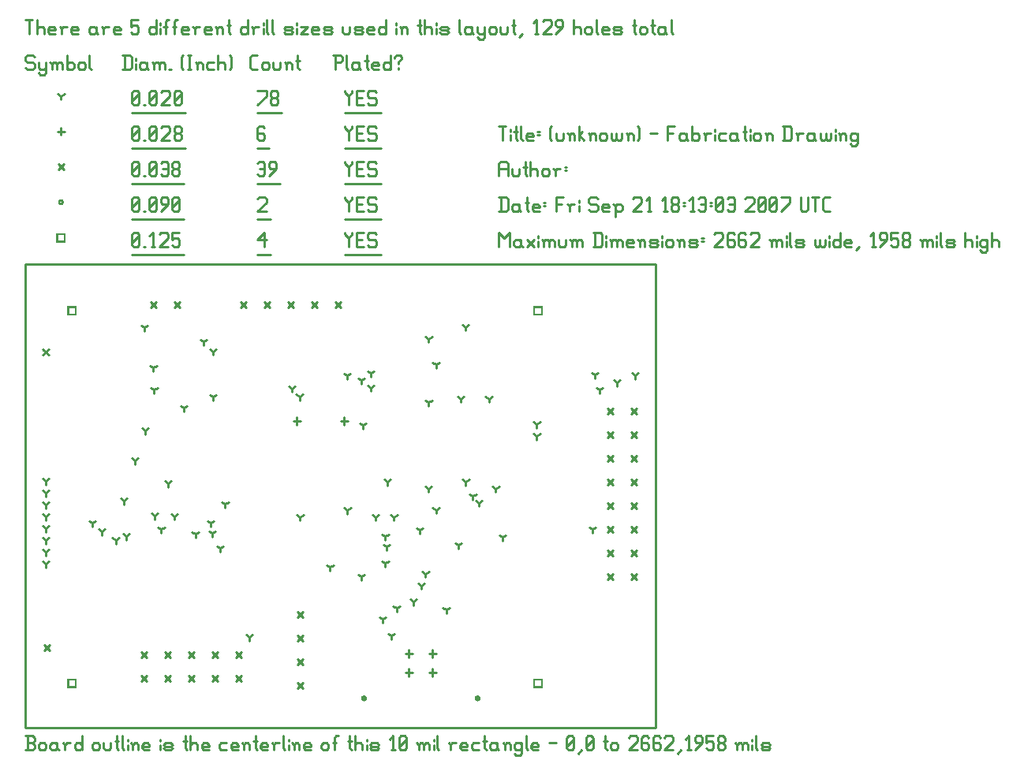
<source format=gbr>
G04 start of page 9 for group -3984 idx -3984
G04 Title: (unknown), fab *
G04 Creator: pcb 20070208 *
G04 CreationDate: Fri Sep 21 18:13:03 2007 UTC *
G04 For: sean *
G04 Format: Gerber/RS-274X *
G04 PCB-Dimensions: 266220 195850 *
G04 PCB-Coordinate-Origin: lower left *
%MOIN*%
%FSLAX24Y24*%
%LNFAB*%
%ADD11C,0.0100*%
%ADD46R,0.0080X0.0080*%
G54D46*X21493Y2028D02*X21813D01*
X21493D02*Y1708D01*
X21813D01*
Y2028D02*Y1708D01*
X21493Y17776D02*X21813D01*
X21493D02*Y17456D01*
X21813D01*
Y17776D02*Y17456D01*
X1808Y17776D02*X2128D01*
X1808D02*Y17456D01*
X2128D01*
Y17776D02*Y17456D01*
X1808Y2028D02*X2128D01*
X1808D02*Y1708D01*
X2128D01*
Y2028D02*Y1708D01*
X1340Y20870D02*X1660D01*
X1340D02*Y20550D01*
X1660D01*
Y20870D02*Y20550D01*
G54D11*X13500Y20935D02*Y20860D01*
X13650Y20710D01*
X13800Y20860D01*
Y20935D02*Y20860D01*
X13650Y20710D02*Y20335D01*
X13980Y20635D02*X14205D01*
X13980Y20335D02*X14280D01*
X13980Y20935D02*Y20335D01*
Y20935D02*X14280D01*
X14760D02*X14835Y20860D01*
X14535Y20935D02*X14760D01*
X14460Y20860D02*X14535Y20935D01*
X14460Y20860D02*Y20710D01*
X14535Y20635D01*
X14760D01*
X14835Y20560D01*
Y20410D01*
X14760Y20335D02*X14835Y20410D01*
X14535Y20335D02*X14760D01*
X14460Y20410D02*X14535Y20335D01*
X13500Y20009D02*X15015D01*
X9800Y20635D02*X10100Y20935D01*
X9800Y20635D02*X10175D01*
X10100Y20935D02*Y20335D01*
X9800Y20009D02*X10355D01*
X4500Y20410D02*X4575Y20335D01*
X4500Y20860D02*Y20410D01*
Y20860D02*X4575Y20935D01*
X4725D01*
X4800Y20860D01*
Y20410D01*
X4725Y20335D02*X4800Y20410D01*
X4575Y20335D02*X4725D01*
X4500Y20485D02*X4800Y20785D01*
X4980Y20335D02*X5055D01*
X5310D02*X5460D01*
X5385Y20935D02*Y20335D01*
X5235Y20785D02*X5385Y20935D01*
X5640Y20860D02*X5715Y20935D01*
X5940D01*
X6015Y20860D01*
Y20710D01*
X5640Y20335D02*X6015Y20710D01*
X5640Y20335D02*X6015D01*
X6195Y20935D02*X6495D01*
X6195D02*Y20635D01*
X6270Y20710D01*
X6420D01*
X6495Y20635D01*
Y20410D01*
X6420Y20335D02*X6495Y20410D01*
X6270Y20335D02*X6420D01*
X6195Y20410D02*X6270Y20335D01*
X4500Y20009D02*X6675D01*
X19020Y1235D02*G75*G03X19180Y1235I80J0D01*G01*
G75*G03X19020Y1235I-80J0D01*G01*
X14220D02*G75*G03X14380Y1235I80J0D01*G01*
G75*G03X14220Y1235I-80J0D01*G01*
X1420Y22210D02*G75*G03X1580Y22210I80J0D01*G01*
G75*G03X1420Y22210I-80J0D01*G01*
X13500Y22435D02*Y22360D01*
X13650Y22210D01*
X13800Y22360D01*
Y22435D02*Y22360D01*
X13650Y22210D02*Y21835D01*
X13980Y22135D02*X14205D01*
X13980Y21835D02*X14280D01*
X13980Y22435D02*Y21835D01*
Y22435D02*X14280D01*
X14760D02*X14835Y22360D01*
X14535Y22435D02*X14760D01*
X14460Y22360D02*X14535Y22435D01*
X14460Y22360D02*Y22210D01*
X14535Y22135D01*
X14760D01*
X14835Y22060D01*
Y21910D01*
X14760Y21835D02*X14835Y21910D01*
X14535Y21835D02*X14760D01*
X14460Y21910D02*X14535Y21835D01*
X13500Y21509D02*X15015D01*
X9800Y22360D02*X9875Y22435D01*
X10100D01*
X10175Y22360D01*
Y22210D01*
X9800Y21835D02*X10175Y22210D01*
X9800Y21835D02*X10175D01*
X9800Y21509D02*X10355D01*
X4500Y21910D02*X4575Y21835D01*
X4500Y22360D02*Y21910D01*
Y22360D02*X4575Y22435D01*
X4725D01*
X4800Y22360D01*
Y21910D01*
X4725Y21835D02*X4800Y21910D01*
X4575Y21835D02*X4725D01*
X4500Y21985D02*X4800Y22285D01*
X4980Y21835D02*X5055D01*
X5235Y21910D02*X5310Y21835D01*
X5235Y22360D02*Y21910D01*
Y22360D02*X5310Y22435D01*
X5460D01*
X5535Y22360D01*
Y21910D01*
X5460Y21835D02*X5535Y21910D01*
X5310Y21835D02*X5460D01*
X5235Y21985D02*X5535Y22285D01*
X5715Y21835D02*X6015Y22135D01*
Y22360D02*Y22135D01*
X5940Y22435D02*X6015Y22360D01*
X5790Y22435D02*X5940D01*
X5715Y22360D02*X5790Y22435D01*
X5715Y22360D02*Y22210D01*
X5790Y22135D01*
X6015D01*
X6195Y21910D02*X6270Y21835D01*
X6195Y22360D02*Y21910D01*
Y22360D02*X6270Y22435D01*
X6420D01*
X6495Y22360D01*
Y21910D01*
X6420Y21835D02*X6495Y21910D01*
X6270Y21835D02*X6420D01*
X6195Y21985D02*X6495Y22285D01*
X4500Y21509D02*X6675D01*
X9080Y18005D02*X9320Y17765D01*
X9080D02*X9320Y18005D01*
X10080D02*X10320Y17765D01*
X10080D02*X10320Y18005D01*
X11080D02*X11320Y17765D01*
X11080D02*X11320Y18005D01*
X12080D02*X12320Y17765D01*
X12080D02*X12320Y18005D01*
X13080D02*X13320Y17765D01*
X13080D02*X13320Y18005D01*
X24580Y13505D02*X24820Y13265D01*
X24580D02*X24820Y13505D01*
X25580D02*X25820Y13265D01*
X25580D02*X25820Y13505D01*
X24580Y12505D02*X24820Y12265D01*
X24580D02*X24820Y12505D01*
X25580D02*X25820Y12265D01*
X25580D02*X25820Y12505D01*
X24580Y11505D02*X24820Y11265D01*
X24580D02*X24820Y11505D01*
X25580D02*X25820Y11265D01*
X25580D02*X25820Y11505D01*
X24580Y10505D02*X24820Y10265D01*
X24580D02*X24820Y10505D01*
X25580D02*X25820Y10265D01*
X25580D02*X25820Y10505D01*
X24580Y9505D02*X24820Y9265D01*
X24580D02*X24820Y9505D01*
X25580D02*X25820Y9265D01*
X25580D02*X25820Y9505D01*
X24580Y8505D02*X24820Y8265D01*
X24580D02*X24820Y8505D01*
X25580D02*X25820Y8265D01*
X25580D02*X25820Y8505D01*
X24580Y7505D02*X24820Y7265D01*
X24580D02*X24820Y7505D01*
X25580D02*X25820Y7265D01*
X25580D02*X25820Y7505D01*
X24580Y6505D02*X24820Y6265D01*
X24580D02*X24820Y6505D01*
X25580D02*X25820Y6265D01*
X25580D02*X25820Y6505D01*
X730Y16005D02*X970Y15765D01*
X730D02*X970Y16005D01*
X780Y3505D02*X1020Y3265D01*
X780D02*X1020Y3505D01*
X11480Y4905D02*X11720Y4665D01*
X11480D02*X11720Y4905D01*
X11480Y3905D02*X11720Y3665D01*
X11480D02*X11720Y3905D01*
X11480Y2905D02*X11720Y2665D01*
X11480D02*X11720Y2905D01*
X11480Y1905D02*X11720Y1665D01*
X11480D02*X11720Y1905D01*
X6280Y18005D02*X6520Y17765D01*
X6280D02*X6520Y18005D01*
X5280D02*X5520Y17765D01*
X5280D02*X5520Y18005D01*
X4880Y2205D02*X5120Y1965D01*
X4880D02*X5120Y2205D01*
X4880Y3205D02*X5120Y2965D01*
X4880D02*X5120Y3205D01*
X5880Y2205D02*X6120Y1965D01*
X5880D02*X6120Y2205D01*
X5880Y3205D02*X6120Y2965D01*
X5880D02*X6120Y3205D01*
X6880Y2205D02*X7120Y1965D01*
X6880D02*X7120Y2205D01*
X6880Y3205D02*X7120Y2965D01*
X6880D02*X7120Y3205D01*
X7880Y2205D02*X8120Y1965D01*
X7880D02*X8120Y2205D01*
X7880Y3205D02*X8120Y2965D01*
X7880D02*X8120Y3205D01*
X8880Y2205D02*X9120Y1965D01*
X8880D02*X9120Y2205D01*
X8880Y3205D02*X9120Y2965D01*
X8880D02*X9120Y3205D01*
X1380Y23830D02*X1620Y23590D01*
X1380D02*X1620Y23830D01*
X13500Y23935D02*Y23860D01*
X13650Y23710D01*
X13800Y23860D01*
Y23935D02*Y23860D01*
X13650Y23710D02*Y23335D01*
X13980Y23635D02*X14205D01*
X13980Y23335D02*X14280D01*
X13980Y23935D02*Y23335D01*
Y23935D02*X14280D01*
X14760D02*X14835Y23860D01*
X14535Y23935D02*X14760D01*
X14460Y23860D02*X14535Y23935D01*
X14460Y23860D02*Y23710D01*
X14535Y23635D01*
X14760D01*
X14835Y23560D01*
Y23410D01*
X14760Y23335D02*X14835Y23410D01*
X14535Y23335D02*X14760D01*
X14460Y23410D02*X14535Y23335D01*
X13500Y23009D02*X15015D01*
X9800Y23860D02*X9875Y23935D01*
X10025D01*
X10100Y23860D01*
Y23410D01*
X10025Y23335D02*X10100Y23410D01*
X9875Y23335D02*X10025D01*
X9800Y23410D02*X9875Y23335D01*
Y23635D02*X10100D01*
X10280Y23335D02*X10580Y23635D01*
Y23860D02*Y23635D01*
X10505Y23935D02*X10580Y23860D01*
X10355Y23935D02*X10505D01*
X10280Y23860D02*X10355Y23935D01*
X10280Y23860D02*Y23710D01*
X10355Y23635D01*
X10580D01*
X9800Y23009D02*X10760D01*
X4500Y23410D02*X4575Y23335D01*
X4500Y23860D02*Y23410D01*
Y23860D02*X4575Y23935D01*
X4725D01*
X4800Y23860D01*
Y23410D01*
X4725Y23335D02*X4800Y23410D01*
X4575Y23335D02*X4725D01*
X4500Y23485D02*X4800Y23785D01*
X4980Y23335D02*X5055D01*
X5235Y23410D02*X5310Y23335D01*
X5235Y23860D02*Y23410D01*
Y23860D02*X5310Y23935D01*
X5460D01*
X5535Y23860D01*
Y23410D01*
X5460Y23335D02*X5535Y23410D01*
X5310Y23335D02*X5460D01*
X5235Y23485D02*X5535Y23785D01*
X5715Y23860D02*X5790Y23935D01*
X5940D01*
X6015Y23860D01*
Y23410D01*
X5940Y23335D02*X6015Y23410D01*
X5790Y23335D02*X5940D01*
X5715Y23410D02*X5790Y23335D01*
Y23635D02*X6015D01*
X6195Y23410D02*X6270Y23335D01*
X6195Y23560D02*Y23410D01*
Y23560D02*X6270Y23635D01*
X6420D01*
X6495Y23560D01*
Y23410D01*
X6420Y23335D02*X6495Y23410D01*
X6270Y23335D02*X6420D01*
X6195Y23710D02*X6270Y23635D01*
X6195Y23860D02*Y23710D01*
Y23860D02*X6270Y23935D01*
X6420D01*
X6495Y23860D01*
Y23710D01*
X6420Y23635D02*X6495Y23710D01*
X4500Y23009D02*X6675D01*
X11463Y13118D02*Y12798D01*
X11303Y12958D02*X11623D01*
X13463Y13118D02*Y12798D01*
X13303Y12958D02*X13623D01*
X17200Y3295D02*Y2975D01*
X17040Y3135D02*X17360D01*
X16200Y3295D02*Y2975D01*
X16040Y3135D02*X16360D01*
X16200Y2495D02*Y2175D01*
X16040Y2335D02*X16360D01*
X17200Y2495D02*Y2175D01*
X17040Y2335D02*X17360D01*
X1500Y25370D02*Y25050D01*
X1340Y25210D02*X1660D01*
X13500Y25435D02*Y25360D01*
X13650Y25210D01*
X13800Y25360D01*
Y25435D02*Y25360D01*
X13650Y25210D02*Y24835D01*
X13980Y25135D02*X14205D01*
X13980Y24835D02*X14280D01*
X13980Y25435D02*Y24835D01*
Y25435D02*X14280D01*
X14760D02*X14835Y25360D01*
X14535Y25435D02*X14760D01*
X14460Y25360D02*X14535Y25435D01*
X14460Y25360D02*Y25210D01*
X14535Y25135D01*
X14760D01*
X14835Y25060D01*
Y24910D01*
X14760Y24835D02*X14835Y24910D01*
X14535Y24835D02*X14760D01*
X14460Y24910D02*X14535Y24835D01*
X13500Y24509D02*X15015D01*
X10025Y25435D02*X10100Y25360D01*
X9875Y25435D02*X10025D01*
X9800Y25360D02*X9875Y25435D01*
X9800Y25360D02*Y24910D01*
X9875Y24835D01*
X10025Y25135D02*X10100Y25060D01*
X9800Y25135D02*X10025D01*
X9875Y24835D02*X10025D01*
X10100Y24910D01*
Y25060D02*Y24910D01*
X9800Y24509D02*X10280D01*
X4500Y24910D02*X4575Y24835D01*
X4500Y25360D02*Y24910D01*
Y25360D02*X4575Y25435D01*
X4725D01*
X4800Y25360D01*
Y24910D01*
X4725Y24835D02*X4800Y24910D01*
X4575Y24835D02*X4725D01*
X4500Y24985D02*X4800Y25285D01*
X4980Y24835D02*X5055D01*
X5235Y24910D02*X5310Y24835D01*
X5235Y25360D02*Y24910D01*
Y25360D02*X5310Y25435D01*
X5460D01*
X5535Y25360D01*
Y24910D01*
X5460Y24835D02*X5535Y24910D01*
X5310Y24835D02*X5460D01*
X5235Y24985D02*X5535Y25285D01*
X5715Y25360D02*X5790Y25435D01*
X6015D01*
X6090Y25360D01*
Y25210D01*
X5715Y24835D02*X6090Y25210D01*
X5715Y24835D02*X6090D01*
X6270Y24910D02*X6345Y24835D01*
X6270Y25060D02*Y24910D01*
Y25060D02*X6345Y25135D01*
X6495D01*
X6570Y25060D01*
Y24910D01*
X6495Y24835D02*X6570Y24910D01*
X6345Y24835D02*X6495D01*
X6270Y25210D02*X6345Y25135D01*
X6270Y25360D02*Y25210D01*
Y25360D02*X6345Y25435D01*
X6495D01*
X6570Y25360D01*
Y25210D01*
X6495Y25135D02*X6570Y25210D01*
X4500Y24509D02*X6750D01*
X21600Y12335D02*Y12175D01*
Y12335D02*X21738Y12415D01*
X21600Y12335D02*X21461Y12415D01*
X21600Y12835D02*Y12675D01*
Y12835D02*X21738Y12915D01*
X21600Y12835D02*X21461Y12915D01*
X850Y10435D02*Y10275D01*
Y10435D02*X988Y10515D01*
X850Y10435D02*X711Y10515D01*
X850Y9935D02*Y9775D01*
Y9935D02*X988Y10015D01*
X850Y9935D02*X711Y10015D01*
X850Y9435D02*Y9275D01*
Y9435D02*X988Y9515D01*
X850Y9435D02*X711Y9515D01*
X850Y8935D02*Y8775D01*
Y8935D02*X988Y9015D01*
X850Y8935D02*X711Y9015D01*
X850Y8435D02*Y8275D01*
Y8435D02*X988Y8515D01*
X850Y8435D02*X711Y8515D01*
X850Y7935D02*Y7775D01*
Y7935D02*X988Y8015D01*
X850Y7935D02*X711Y8015D01*
X850Y7435D02*Y7275D01*
Y7435D02*X988Y7515D01*
X850Y7435D02*X711Y7515D01*
X850Y6935D02*Y6775D01*
Y6935D02*X988Y7015D01*
X850Y6935D02*X711Y7015D01*
X15675Y5054D02*Y4894D01*
Y5054D02*X15813Y5134D01*
X15675Y5054D02*X15536Y5134D01*
X15200Y6955D02*Y6795D01*
Y6955D02*X15338Y7035D01*
X15200Y6955D02*X15061Y7035D01*
X18587Y16942D02*Y16782D01*
Y16942D02*X18726Y17022D01*
X18587Y16942D02*X18448Y17022D01*
X25747Y14900D02*Y14740D01*
Y14900D02*X25886Y14980D01*
X25747Y14900D02*X25609Y14980D01*
X15450Y3885D02*Y3725D01*
Y3885D02*X15588Y3965D01*
X15450Y3885D02*X15311Y3965D01*
X16900Y6510D02*Y6350D01*
Y6510D02*X17038Y6590D01*
X16900Y6510D02*X16761Y6590D01*
X17032Y16440D02*Y16280D01*
Y16440D02*X17171Y16520D01*
X17032Y16440D02*X16893Y16520D01*
X17032Y13745D02*Y13585D01*
Y13745D02*X17171Y13825D01*
X17032Y13745D02*X16893Y13825D01*
X5016Y16929D02*Y16769D01*
Y16929D02*X5154Y17009D01*
X5016Y16929D02*X4877Y17009D01*
X9450Y3835D02*Y3675D01*
Y3835D02*X9588Y3915D01*
X9450Y3835D02*X9311Y3915D01*
X7814Y8661D02*Y8501D01*
Y8661D02*X7952Y8741D01*
X7814Y8661D02*X7675Y8741D01*
X5400Y15231D02*Y15071D01*
Y15231D02*X5538Y15311D01*
X5400Y15231D02*X5261Y15311D01*
X2827Y8661D02*Y8501D01*
Y8661D02*X2965Y8741D01*
X2827Y8661D02*X2688Y8741D01*
X20150Y8060D02*Y7900D01*
Y8060D02*X20288Y8140D01*
X20150Y8060D02*X20011Y8140D01*
X16387Y5335D02*Y5175D01*
Y5335D02*X16526Y5415D01*
X16387Y5335D02*X16249Y5415D01*
X15250Y7655D02*Y7495D01*
Y7655D02*X15388Y7735D01*
X15250Y7655D02*X15111Y7735D01*
X19161Y9505D02*Y9345D01*
Y9505D02*X19299Y9585D01*
X19161Y9505D02*X19022Y9585D01*
X4263Y8101D02*Y7941D01*
Y8101D02*X4402Y8181D01*
X4263Y8101D02*X4125Y8181D01*
X5064Y12571D02*Y12411D01*
Y12571D02*X5202Y12651D01*
X5064Y12571D02*X4925Y12651D01*
X7514Y16320D02*Y16160D01*
Y16320D02*X7652Y16400D01*
X7514Y16320D02*X7375Y16400D01*
X17340Y15345D02*Y15185D01*
Y15345D02*X17478Y15425D01*
X17340Y15345D02*X17201Y15425D01*
X5432Y14286D02*Y14126D01*
Y14286D02*X5570Y14366D01*
X5432Y14286D02*X5293Y14366D01*
X14784Y8905D02*Y8745D01*
Y8905D02*X14922Y8985D01*
X14784Y8905D02*X14645Y8985D01*
X17340Y9205D02*Y9045D01*
Y9205D02*X17478Y9285D01*
X17340Y9205D02*X17201Y9285D01*
X13579Y14890D02*Y14730D01*
Y14890D02*X13718Y14970D01*
X13579Y14890D02*X13441Y14970D01*
X14263Y12795D02*Y12635D01*
Y12795D02*X14402Y12875D01*
X14263Y12795D02*X14125Y12875D01*
X13600Y9204D02*Y9044D01*
Y9204D02*X13738Y9284D01*
X13600Y9204D02*X13461Y9284D01*
X12869Y6784D02*Y6624D01*
Y6784D02*X13008Y6864D01*
X12869Y6784D02*X12731Y6864D01*
X15089Y4585D02*Y4425D01*
Y4585D02*X15228Y4665D01*
X15089Y4585D02*X14951Y4665D01*
X15285Y10402D02*Y10242D01*
Y10402D02*X15423Y10482D01*
X15285Y10402D02*X15146Y10482D01*
X18600Y10402D02*Y10242D01*
Y10402D02*X18738Y10482D01*
X18600Y10402D02*X18461Y10482D01*
X18290Y7715D02*Y7555D01*
Y7715D02*X18428Y7795D01*
X18290Y7715D02*X18151Y7795D01*
X3803Y7935D02*Y7775D01*
Y7935D02*X3942Y8015D01*
X3803Y7935D02*X3665Y8015D01*
X14594Y14987D02*Y14827D01*
Y14987D02*X14733Y15067D01*
X14594Y14987D02*X14456Y15067D01*
X6694Y13525D02*Y13365D01*
Y13525D02*X6832Y13605D01*
X6694Y13525D02*X6555Y13605D01*
X8433Y9451D02*Y9291D01*
Y9451D02*X8572Y9531D01*
X8433Y9451D02*X8295Y9531D01*
X14194Y14685D02*Y14525D01*
Y14685D02*X14333Y14765D01*
X14194Y14685D02*X14056Y14765D01*
X11575Y13999D02*Y13839D01*
Y13999D02*X11713Y14079D01*
X11575Y13999D02*X11436Y14079D01*
X4619Y11300D02*Y11140D01*
Y11300D02*X4757Y11380D01*
X4619Y11300D02*X4480Y11380D01*
X7883Y8228D02*Y8068D01*
Y8228D02*X8022Y8308D01*
X7883Y8228D02*X7745Y8308D01*
X6013Y10335D02*Y10175D01*
Y10335D02*X6152Y10415D01*
X6013Y10335D02*X5875Y10415D01*
X6294Y8941D02*Y8781D01*
Y8941D02*X6432Y9021D01*
X6294Y8941D02*X6155Y9021D01*
X7914Y13986D02*Y13826D01*
Y13986D02*X8052Y14066D01*
X7914Y13986D02*X7775Y14066D01*
X7914Y15911D02*Y15751D01*
Y15911D02*X8052Y15991D01*
X7914Y15911D02*X7775Y15991D01*
X14594Y14375D02*Y14215D01*
Y14375D02*X14733Y14455D01*
X14594Y14375D02*X14456Y14455D01*
X11250Y14338D02*Y14178D01*
Y14338D02*X11388Y14418D01*
X11250Y14338D02*X11111Y14418D01*
X17030Y10105D02*Y9945D01*
Y10105D02*X17168Y10185D01*
X17030Y10105D02*X16891Y10185D01*
X19866Y10105D02*Y9945D01*
Y10105D02*X20004Y10185D01*
X19866Y10105D02*X19727Y10185D01*
X24250Y14280D02*Y14120D01*
Y14280D02*X24388Y14360D01*
X24250Y14280D02*X24111Y14360D01*
X24987Y14600D02*Y14440D01*
Y14600D02*X25126Y14680D01*
X24987Y14600D02*X24848Y14680D01*
X18900Y9785D02*Y9625D01*
Y9785D02*X19038Y9865D01*
X18900Y9785D02*X18761Y9865D01*
X23950Y8385D02*Y8225D01*
Y8385D02*X24088Y8465D01*
X23950Y8385D02*X23811Y8465D01*
X18394Y13905D02*Y13745D01*
Y13905D02*X18533Y13985D01*
X18394Y13905D02*X18256Y13985D01*
X19575Y13905D02*Y13745D01*
Y13905D02*X19713Y13985D01*
X19575Y13905D02*X19436Y13985D01*
X16718Y6010D02*Y5850D01*
Y6010D02*X16857Y6090D01*
X16718Y6010D02*X16580Y6090D01*
X8214Y7592D02*Y7432D01*
Y7592D02*X8352Y7672D01*
X8214Y7592D02*X8075Y7672D01*
X14180Y6384D02*Y6224D01*
Y6384D02*X14319Y6464D01*
X14180Y6384D02*X14042Y6464D01*
X11600Y8905D02*Y8745D01*
Y8905D02*X11738Y8985D01*
X11600Y8905D02*X11461Y8985D01*
X15565Y8905D02*Y8745D01*
Y8905D02*X15703Y8985D01*
X15565Y8905D02*X15426Y8985D01*
X17775Y4985D02*Y4825D01*
Y4985D02*X17913Y5065D01*
X17775Y4985D02*X17636Y5065D01*
X16642Y8355D02*Y8195D01*
Y8355D02*X16781Y8435D01*
X16642Y8355D02*X16503Y8435D01*
X15200Y8090D02*Y7930D01*
Y8090D02*X15338Y8170D01*
X15200Y8090D02*X15061Y8170D01*
X3223Y8301D02*Y8141D01*
Y8301D02*X3362Y8381D01*
X3223Y8301D02*X3085Y8381D01*
X5733D02*Y8221D01*
Y8381D02*X5872Y8461D01*
X5733Y8381D02*X5595Y8461D01*
X5453Y8967D02*Y8807D01*
Y8967D02*X5592Y9047D01*
X5453Y8967D02*X5315Y9047D01*
X4163Y9604D02*Y9444D01*
Y9604D02*X4302Y9684D01*
X4163Y9604D02*X4025Y9684D01*
X24057Y14930D02*Y14770D01*
Y14930D02*X24196Y15010D01*
X24057Y14930D02*X23919Y15010D01*
X7174Y8181D02*Y8021D01*
Y8181D02*X7312Y8261D01*
X7174Y8181D02*X7035Y8261D01*
X1500Y26710D02*Y26550D01*
Y26710D02*X1638Y26790D01*
X1500Y26710D02*X1361Y26790D01*
X13500Y26935D02*Y26860D01*
X13650Y26710D01*
X13800Y26860D01*
Y26935D02*Y26860D01*
X13650Y26710D02*Y26335D01*
X13980Y26635D02*X14205D01*
X13980Y26335D02*X14280D01*
X13980Y26935D02*Y26335D01*
Y26935D02*X14280D01*
X14760D02*X14835Y26860D01*
X14535Y26935D02*X14760D01*
X14460Y26860D02*X14535Y26935D01*
X14460Y26860D02*Y26710D01*
X14535Y26635D01*
X14760D01*
X14835Y26560D01*
Y26410D01*
X14760Y26335D02*X14835Y26410D01*
X14535Y26335D02*X14760D01*
X14460Y26410D02*X14535Y26335D01*
X13500Y26009D02*X15015D01*
X9800Y26335D02*X10175Y26710D01*
Y26935D02*Y26710D01*
X9800Y26935D02*X10175D01*
X10355Y26410D02*X10430Y26335D01*
X10355Y26560D02*Y26410D01*
Y26560D02*X10430Y26635D01*
X10580D01*
X10655Y26560D01*
Y26410D01*
X10580Y26335D02*X10655Y26410D01*
X10430Y26335D02*X10580D01*
X10355Y26710D02*X10430Y26635D01*
X10355Y26860D02*Y26710D01*
Y26860D02*X10430Y26935D01*
X10580D01*
X10655Y26860D01*
Y26710D01*
X10580Y26635D02*X10655Y26710D01*
X9800Y26009D02*X10835D01*
X4500Y26410D02*X4575Y26335D01*
X4500Y26860D02*Y26410D01*
Y26860D02*X4575Y26935D01*
X4725D01*
X4800Y26860D01*
Y26410D01*
X4725Y26335D02*X4800Y26410D01*
X4575Y26335D02*X4725D01*
X4500Y26485D02*X4800Y26785D01*
X4980Y26335D02*X5055D01*
X5235Y26410D02*X5310Y26335D01*
X5235Y26860D02*Y26410D01*
Y26860D02*X5310Y26935D01*
X5460D01*
X5535Y26860D01*
Y26410D01*
X5460Y26335D02*X5535Y26410D01*
X5310Y26335D02*X5460D01*
X5235Y26485D02*X5535Y26785D01*
X5715Y26860D02*X5790Y26935D01*
X6015D01*
X6090Y26860D01*
Y26710D01*
X5715Y26335D02*X6090Y26710D01*
X5715Y26335D02*X6090D01*
X6270Y26410D02*X6345Y26335D01*
X6270Y26860D02*Y26410D01*
Y26860D02*X6345Y26935D01*
X6495D01*
X6570Y26860D01*
Y26410D01*
X6495Y26335D02*X6570Y26410D01*
X6345Y26335D02*X6495D01*
X6270Y26485D02*X6570Y26785D01*
X4500Y26009D02*X6750D01*
X300Y28435D02*X375Y28360D01*
X75Y28435D02*X300D01*
X0Y28360D02*X75Y28435D01*
X0Y28360D02*Y28210D01*
X75Y28135D01*
X300D01*
X375Y28060D01*
Y27910D01*
X300Y27835D02*X375Y27910D01*
X75Y27835D02*X300D01*
X0Y27910D02*X75Y27835D01*
X555Y28135D02*Y27910D01*
X630Y27835D01*
X855Y28135D02*Y27685D01*
X780Y27610D02*X855Y27685D01*
X630Y27610D02*X780D01*
X555Y27685D02*X630Y27610D01*
Y27835D02*X780D01*
X855Y27910D01*
X1110Y28060D02*Y27835D01*
Y28060D02*X1185Y28135D01*
X1260D01*
X1335Y28060D01*
Y27835D01*
Y28060D02*X1410Y28135D01*
X1485D01*
X1560Y28060D01*
Y27835D01*
X1035Y28135D02*X1110Y28060D01*
X1740Y28435D02*Y27835D01*
Y27910D02*X1815Y27835D01*
X1965D01*
X2040Y27910D01*
Y28060D02*Y27910D01*
X1965Y28135D02*X2040Y28060D01*
X1815Y28135D02*X1965D01*
X1740Y28060D02*X1815Y28135D01*
X2220Y28060D02*Y27910D01*
Y28060D02*X2295Y28135D01*
X2445D01*
X2520Y28060D01*
Y27910D01*
X2445Y27835D02*X2520Y27910D01*
X2295Y27835D02*X2445D01*
X2220Y27910D02*X2295Y27835D01*
X2700Y28435D02*Y27910D01*
X2775Y27835D01*
X4175Y28435D02*Y27835D01*
X4400Y28435D02*X4475Y28360D01*
Y27910D01*
X4400Y27835D02*X4475Y27910D01*
X4100Y27835D02*X4400D01*
X4100Y28435D02*X4400D01*
X4655Y28285D02*Y28210D01*
Y28060D02*Y27835D01*
X5030Y28135D02*X5105Y28060D01*
X4880Y28135D02*X5030D01*
X4805Y28060D02*X4880Y28135D01*
X4805Y28060D02*Y27910D01*
X4880Y27835D01*
X5105Y28135D02*Y27910D01*
X5180Y27835D01*
X4880D02*X5030D01*
X5105Y27910D01*
X5435Y28060D02*Y27835D01*
Y28060D02*X5510Y28135D01*
X5585D01*
X5660Y28060D01*
Y27835D01*
Y28060D02*X5735Y28135D01*
X5810D01*
X5885Y28060D01*
Y27835D01*
X5360Y28135D02*X5435Y28060D01*
X6065Y27835D02*X6140D01*
X6590Y27910D02*X6665Y27835D01*
X6590Y28360D02*X6665Y28435D01*
X6590Y28360D02*Y27910D01*
X6845Y28435D02*X6995D01*
X6920D02*Y27835D01*
X6845D02*X6995D01*
X7251Y28060D02*Y27835D01*
Y28060D02*X7326Y28135D01*
X7401D01*
X7476Y28060D01*
Y27835D01*
X7176Y28135D02*X7251Y28060D01*
X7731Y28135D02*X7956D01*
X7656Y28060D02*X7731Y28135D01*
X7656Y28060D02*Y27910D01*
X7731Y27835D01*
X7956D01*
X8136Y28435D02*Y27835D01*
Y28060D02*X8211Y28135D01*
X8361D01*
X8436Y28060D01*
Y27835D01*
X8616Y28435D02*X8691Y28360D01*
Y27910D01*
X8616Y27835D02*X8691Y27910D01*
X9575Y27835D02*X9800D01*
X9500Y27910D02*X9575Y27835D01*
X9500Y28360D02*Y27910D01*
Y28360D02*X9575Y28435D01*
X9800D01*
X9980Y28060D02*Y27910D01*
Y28060D02*X10055Y28135D01*
X10205D01*
X10280Y28060D01*
Y27910D01*
X10205Y27835D02*X10280Y27910D01*
X10055Y27835D02*X10205D01*
X9980Y27910D02*X10055Y27835D01*
X10460Y28135D02*Y27910D01*
X10535Y27835D01*
X10685D01*
X10760Y27910D01*
Y28135D02*Y27910D01*
X11015Y28060D02*Y27835D01*
Y28060D02*X11090Y28135D01*
X11165D01*
X11240Y28060D01*
Y27835D01*
X10940Y28135D02*X11015Y28060D01*
X11495Y28435D02*Y27910D01*
X11570Y27835D01*
X11420Y28210D02*X11570D01*
X13075Y28435D02*Y27835D01*
X13000Y28435D02*X13300D01*
X13375Y28360D01*
Y28210D01*
X13300Y28135D02*X13375Y28210D01*
X13075Y28135D02*X13300D01*
X13555Y28435D02*Y27910D01*
X13630Y27835D01*
X14005Y28135D02*X14080Y28060D01*
X13855Y28135D02*X14005D01*
X13780Y28060D02*X13855Y28135D01*
X13780Y28060D02*Y27910D01*
X13855Y27835D01*
X14080Y28135D02*Y27910D01*
X14155Y27835D01*
X13855D02*X14005D01*
X14080Y27910D01*
X14410Y28435D02*Y27910D01*
X14485Y27835D01*
X14335Y28210D02*X14485D01*
X14710Y27835D02*X14935D01*
X14635Y27910D02*X14710Y27835D01*
X14635Y28060D02*Y27910D01*
Y28060D02*X14710Y28135D01*
X14860D01*
X14935Y28060D01*
X14635Y27985D02*X14935D01*
Y28060D02*Y27985D01*
X15415Y28435D02*Y27835D01*
X15340D02*X15415Y27910D01*
X15190Y27835D02*X15340D01*
X15115Y27910D02*X15190Y27835D01*
X15115Y28060D02*Y27910D01*
Y28060D02*X15190Y28135D01*
X15340D01*
X15415Y28060D01*
X15745Y28135D02*Y28060D01*
Y27910D02*Y27835D01*
X15595Y28360D02*Y28285D01*
Y28360D02*X15670Y28435D01*
X15820D01*
X15895Y28360D01*
Y28285D01*
X15745Y28135D02*X15895Y28285D01*
X0Y29935D02*X300D01*
X150D02*Y29335D01*
X480Y29935D02*Y29335D01*
Y29560D02*X555Y29635D01*
X705D01*
X780Y29560D01*
Y29335D01*
X1035D02*X1260D01*
X960Y29410D02*X1035Y29335D01*
X960Y29560D02*Y29410D01*
Y29560D02*X1035Y29635D01*
X1185D01*
X1260Y29560D01*
X960Y29485D02*X1260D01*
Y29560D02*Y29485D01*
X1515Y29560D02*Y29335D01*
Y29560D02*X1590Y29635D01*
X1740D01*
X1440D02*X1515Y29560D01*
X1995Y29335D02*X2220D01*
X1920Y29410D02*X1995Y29335D01*
X1920Y29560D02*Y29410D01*
Y29560D02*X1995Y29635D01*
X2145D01*
X2220Y29560D01*
X1920Y29485D02*X2220D01*
Y29560D02*Y29485D01*
X2895Y29635D02*X2970Y29560D01*
X2745Y29635D02*X2895D01*
X2670Y29560D02*X2745Y29635D01*
X2670Y29560D02*Y29410D01*
X2745Y29335D01*
X2970Y29635D02*Y29410D01*
X3045Y29335D01*
X2745D02*X2895D01*
X2970Y29410D01*
X3300Y29560D02*Y29335D01*
Y29560D02*X3375Y29635D01*
X3525D01*
X3225D02*X3300Y29560D01*
X3781Y29335D02*X4006D01*
X3706Y29410D02*X3781Y29335D01*
X3706Y29560D02*Y29410D01*
Y29560D02*X3781Y29635D01*
X3931D01*
X4006Y29560D01*
X3706Y29485D02*X4006D01*
Y29560D02*Y29485D01*
X4456Y29935D02*X4756D01*
X4456D02*Y29635D01*
X4531Y29710D01*
X4681D01*
X4756Y29635D01*
Y29410D01*
X4681Y29335D02*X4756Y29410D01*
X4531Y29335D02*X4681D01*
X4456Y29410D02*X4531Y29335D01*
X5506Y29935D02*Y29335D01*
X5431D02*X5506Y29410D01*
X5281Y29335D02*X5431D01*
X5206Y29410D02*X5281Y29335D01*
X5206Y29560D02*Y29410D01*
Y29560D02*X5281Y29635D01*
X5431D01*
X5506Y29560D01*
X5686Y29785D02*Y29710D01*
Y29560D02*Y29335D01*
X5911Y29860D02*Y29335D01*
Y29860D02*X5986Y29935D01*
X6061D01*
X5836Y29635D02*X5986D01*
X6286Y29860D02*Y29335D01*
Y29860D02*X6361Y29935D01*
X6436D01*
X6211Y29635D02*X6361D01*
X6661Y29335D02*X6886D01*
X6586Y29410D02*X6661Y29335D01*
X6586Y29560D02*Y29410D01*
Y29560D02*X6661Y29635D01*
X6811D01*
X6886Y29560D01*
X6586Y29485D02*X6886D01*
Y29560D02*Y29485D01*
X7142Y29560D02*Y29335D01*
Y29560D02*X7217Y29635D01*
X7367D01*
X7067D02*X7142Y29560D01*
X7622Y29335D02*X7847D01*
X7547Y29410D02*X7622Y29335D01*
X7547Y29560D02*Y29410D01*
Y29560D02*X7622Y29635D01*
X7772D01*
X7847Y29560D01*
X7547Y29485D02*X7847D01*
Y29560D02*Y29485D01*
X8102Y29560D02*Y29335D01*
Y29560D02*X8177Y29635D01*
X8252D01*
X8327Y29560D01*
Y29335D01*
X8027Y29635D02*X8102Y29560D01*
X8582Y29935D02*Y29410D01*
X8657Y29335D01*
X8507Y29710D02*X8657D01*
X9377Y29935D02*Y29335D01*
X9302D02*X9377Y29410D01*
X9152Y29335D02*X9302D01*
X9077Y29410D02*X9152Y29335D01*
X9077Y29560D02*Y29410D01*
Y29560D02*X9152Y29635D01*
X9302D01*
X9377Y29560D01*
X9632D02*Y29335D01*
Y29560D02*X9707Y29635D01*
X9857D01*
X9557D02*X9632Y29560D01*
X10038Y29785D02*Y29710D01*
Y29560D02*Y29335D01*
X10188Y29935D02*Y29410D01*
X10263Y29335D01*
X10413Y29935D02*Y29410D01*
X10488Y29335D01*
X10983D02*X11208D01*
X11283Y29410D01*
X11208Y29485D02*X11283Y29410D01*
X10983Y29485D02*X11208D01*
X10908Y29560D02*X10983Y29485D01*
X10908Y29560D02*X10983Y29635D01*
X11208D01*
X11283Y29560D01*
X10908Y29410D02*X10983Y29335D01*
X11463Y29785D02*Y29710D01*
Y29560D02*Y29335D01*
X11613Y29635D02*X11913D01*
X11613Y29335D02*X11913Y29635D01*
X11613Y29335D02*X11913D01*
X12168D02*X12393D01*
X12093Y29410D02*X12168Y29335D01*
X12093Y29560D02*Y29410D01*
Y29560D02*X12168Y29635D01*
X12318D01*
X12393Y29560D01*
X12093Y29485D02*X12393D01*
Y29560D02*Y29485D01*
X12649Y29335D02*X12874D01*
X12949Y29410D01*
X12874Y29485D02*X12949Y29410D01*
X12649Y29485D02*X12874D01*
X12574Y29560D02*X12649Y29485D01*
X12574Y29560D02*X12649Y29635D01*
X12874D01*
X12949Y29560D01*
X12574Y29410D02*X12649Y29335D01*
X13399Y29635D02*Y29410D01*
X13474Y29335D01*
X13624D01*
X13699Y29410D01*
Y29635D02*Y29410D01*
X13954Y29335D02*X14179D01*
X14254Y29410D01*
X14179Y29485D02*X14254Y29410D01*
X13954Y29485D02*X14179D01*
X13879Y29560D02*X13954Y29485D01*
X13879Y29560D02*X13954Y29635D01*
X14179D01*
X14254Y29560D01*
X13879Y29410D02*X13954Y29335D01*
X14509D02*X14734D01*
X14434Y29410D02*X14509Y29335D01*
X14434Y29560D02*Y29410D01*
Y29560D02*X14509Y29635D01*
X14659D01*
X14734Y29560D01*
X14434Y29485D02*X14734D01*
Y29560D02*Y29485D01*
X15214Y29935D02*Y29335D01*
X15139D02*X15214Y29410D01*
X14989Y29335D02*X15139D01*
X14914Y29410D02*X14989Y29335D01*
X14914Y29560D02*Y29410D01*
Y29560D02*X14989Y29635D01*
X15139D01*
X15214Y29560D01*
X15664Y29785D02*Y29710D01*
Y29560D02*Y29335D01*
X15889Y29560D02*Y29335D01*
Y29560D02*X15964Y29635D01*
X16039D01*
X16114Y29560D01*
Y29335D01*
X15814Y29635D02*X15889Y29560D01*
X16640Y29935D02*Y29410D01*
X16715Y29335D01*
X16565Y29710D02*X16715D01*
X16865Y29935D02*Y29335D01*
Y29560D02*X16940Y29635D01*
X17090D01*
X17165Y29560D01*
Y29335D01*
X17345Y29785D02*Y29710D01*
Y29560D02*Y29335D01*
X17570D02*X17795D01*
X17870Y29410D01*
X17795Y29485D02*X17870Y29410D01*
X17570Y29485D02*X17795D01*
X17495Y29560D02*X17570Y29485D01*
X17495Y29560D02*X17570Y29635D01*
X17795D01*
X17870Y29560D01*
X17495Y29410D02*X17570Y29335D01*
X18320Y29935D02*Y29410D01*
X18395Y29335D01*
X18770Y29635D02*X18845Y29560D01*
X18620Y29635D02*X18770D01*
X18545Y29560D02*X18620Y29635D01*
X18545Y29560D02*Y29410D01*
X18620Y29335D01*
X18845Y29635D02*Y29410D01*
X18920Y29335D01*
X18620D02*X18770D01*
X18845Y29410D01*
X19101Y29635D02*Y29410D01*
X19176Y29335D01*
X19401Y29635D02*Y29185D01*
X19326Y29110D02*X19401Y29185D01*
X19176Y29110D02*X19326D01*
X19101Y29185D02*X19176Y29110D01*
Y29335D02*X19326D01*
X19401Y29410D01*
X19581Y29560D02*Y29410D01*
Y29560D02*X19656Y29635D01*
X19806D01*
X19881Y29560D01*
Y29410D01*
X19806Y29335D02*X19881Y29410D01*
X19656Y29335D02*X19806D01*
X19581Y29410D02*X19656Y29335D01*
X20061Y29635D02*Y29410D01*
X20136Y29335D01*
X20286D01*
X20361Y29410D01*
Y29635D02*Y29410D01*
X20616Y29935D02*Y29410D01*
X20691Y29335D01*
X20541Y29710D02*X20691D01*
X20841Y29185D02*X20991Y29335D01*
X21516D02*X21666D01*
X21591Y29935D02*Y29335D01*
X21441Y29785D02*X21591Y29935D01*
X21846Y29860D02*X21921Y29935D01*
X22146D01*
X22221Y29860D01*
Y29710D01*
X21846Y29335D02*X22221Y29710D01*
X21846Y29335D02*X22221D01*
X22402D02*X22702Y29635D01*
Y29860D02*Y29635D01*
X22627Y29935D02*X22702Y29860D01*
X22477Y29935D02*X22627D01*
X22402Y29860D02*X22477Y29935D01*
X22402Y29860D02*Y29710D01*
X22477Y29635D01*
X22702D01*
X23152Y29935D02*Y29335D01*
Y29560D02*X23227Y29635D01*
X23377D01*
X23452Y29560D01*
Y29335D01*
X23632Y29560D02*Y29410D01*
Y29560D02*X23707Y29635D01*
X23857D01*
X23932Y29560D01*
Y29410D01*
X23857Y29335D02*X23932Y29410D01*
X23707Y29335D02*X23857D01*
X23632Y29410D02*X23707Y29335D01*
X24112Y29935D02*Y29410D01*
X24187Y29335D01*
X24412D02*X24637D01*
X24337Y29410D02*X24412Y29335D01*
X24337Y29560D02*Y29410D01*
Y29560D02*X24412Y29635D01*
X24562D01*
X24637Y29560D01*
X24337Y29485D02*X24637D01*
Y29560D02*Y29485D01*
X24892Y29335D02*X25117D01*
X25192Y29410D01*
X25117Y29485D02*X25192Y29410D01*
X24892Y29485D02*X25117D01*
X24817Y29560D02*X24892Y29485D01*
X24817Y29560D02*X24892Y29635D01*
X25117D01*
X25192Y29560D01*
X24817Y29410D02*X24892Y29335D01*
X25717Y29935D02*Y29410D01*
X25792Y29335D01*
X25642Y29710D02*X25792D01*
X25943Y29560D02*Y29410D01*
Y29560D02*X26018Y29635D01*
X26168D01*
X26243Y29560D01*
Y29410D01*
X26168Y29335D02*X26243Y29410D01*
X26018Y29335D02*X26168D01*
X25943Y29410D02*X26018Y29335D01*
X26498Y29935D02*Y29410D01*
X26573Y29335D01*
X26423Y29710D02*X26573D01*
X26948Y29635D02*X27023Y29560D01*
X26798Y29635D02*X26948D01*
X26723Y29560D02*X26798Y29635D01*
X26723Y29560D02*Y29410D01*
X26798Y29335D01*
X27023Y29635D02*Y29410D01*
X27098Y29335D01*
X26798D02*X26948D01*
X27023Y29410D01*
X27278Y29935D02*Y29410D01*
X27353Y29335D01*
X0Y19585D02*X26622D01*
X0D02*Y0D01*
X26622Y19585D02*Y0D01*
X0D02*X26622D01*
X20000Y20935D02*Y20335D01*
Y20935D02*X20225Y20710D01*
X20450Y20935D01*
Y20335D01*
X20855Y20635D02*X20930Y20560D01*
X20705Y20635D02*X20855D01*
X20630Y20560D02*X20705Y20635D01*
X20630Y20560D02*Y20410D01*
X20705Y20335D01*
X20930Y20635D02*Y20410D01*
X21005Y20335D01*
X20705D02*X20855D01*
X20930Y20410D01*
X21185Y20635D02*X21485Y20335D01*
X21185D02*X21485Y20635D01*
X21665Y20785D02*Y20710D01*
Y20560D02*Y20335D01*
X21890Y20560D02*Y20335D01*
Y20560D02*X21965Y20635D01*
X22040D01*
X22115Y20560D01*
Y20335D01*
Y20560D02*X22190Y20635D01*
X22265D01*
X22340Y20560D01*
Y20335D01*
X21815Y20635D02*X21890Y20560D01*
X22520Y20635D02*Y20410D01*
X22595Y20335D01*
X22745D01*
X22820Y20410D01*
Y20635D02*Y20410D01*
X23075Y20560D02*Y20335D01*
Y20560D02*X23150Y20635D01*
X23225D01*
X23300Y20560D01*
Y20335D01*
Y20560D02*X23375Y20635D01*
X23450D01*
X23525Y20560D01*
Y20335D01*
X23000Y20635D02*X23075Y20560D01*
X24051Y20935D02*Y20335D01*
X24276Y20935D02*X24351Y20860D01*
Y20410D01*
X24276Y20335D02*X24351Y20410D01*
X23976Y20335D02*X24276D01*
X23976Y20935D02*X24276D01*
X24531Y20785D02*Y20710D01*
Y20560D02*Y20335D01*
X24756Y20560D02*Y20335D01*
Y20560D02*X24831Y20635D01*
X24906D01*
X24981Y20560D01*
Y20335D01*
Y20560D02*X25056Y20635D01*
X25131D01*
X25206Y20560D01*
Y20335D01*
X24681Y20635D02*X24756Y20560D01*
X25461Y20335D02*X25686D01*
X25386Y20410D02*X25461Y20335D01*
X25386Y20560D02*Y20410D01*
Y20560D02*X25461Y20635D01*
X25611D01*
X25686Y20560D01*
X25386Y20485D02*X25686D01*
Y20560D02*Y20485D01*
X25941Y20560D02*Y20335D01*
Y20560D02*X26016Y20635D01*
X26091D01*
X26166Y20560D01*
Y20335D01*
X25866Y20635D02*X25941Y20560D01*
X26421Y20335D02*X26646D01*
X26721Y20410D01*
X26646Y20485D02*X26721Y20410D01*
X26421Y20485D02*X26646D01*
X26346Y20560D02*X26421Y20485D01*
X26346Y20560D02*X26421Y20635D01*
X26646D01*
X26721Y20560D01*
X26346Y20410D02*X26421Y20335D01*
X26901Y20785D02*Y20710D01*
Y20560D02*Y20335D01*
X27052Y20560D02*Y20410D01*
Y20560D02*X27127Y20635D01*
X27277D01*
X27352Y20560D01*
Y20410D01*
X27277Y20335D02*X27352Y20410D01*
X27127Y20335D02*X27277D01*
X27052Y20410D02*X27127Y20335D01*
X27607Y20560D02*Y20335D01*
Y20560D02*X27682Y20635D01*
X27757D01*
X27832Y20560D01*
Y20335D01*
X27532Y20635D02*X27607Y20560D01*
X28087Y20335D02*X28312D01*
X28387Y20410D01*
X28312Y20485D02*X28387Y20410D01*
X28087Y20485D02*X28312D01*
X28012Y20560D02*X28087Y20485D01*
X28012Y20560D02*X28087Y20635D01*
X28312D01*
X28387Y20560D01*
X28012Y20410D02*X28087Y20335D01*
X28567Y20710D02*X28642D01*
X28567Y20560D02*X28642D01*
X29092Y20860D02*X29167Y20935D01*
X29392D01*
X29467Y20860D01*
Y20710D01*
X29092Y20335D02*X29467Y20710D01*
X29092Y20335D02*X29467D01*
X29872Y20935D02*X29947Y20860D01*
X29722Y20935D02*X29872D01*
X29647Y20860D02*X29722Y20935D01*
X29647Y20860D02*Y20410D01*
X29722Y20335D01*
X29872Y20635D02*X29947Y20560D01*
X29647Y20635D02*X29872D01*
X29722Y20335D02*X29872D01*
X29947Y20410D01*
Y20560D02*Y20410D01*
X30353Y20935D02*X30428Y20860D01*
X30203Y20935D02*X30353D01*
X30128Y20860D02*X30203Y20935D01*
X30128Y20860D02*Y20410D01*
X30203Y20335D01*
X30353Y20635D02*X30428Y20560D01*
X30128Y20635D02*X30353D01*
X30203Y20335D02*X30353D01*
X30428Y20410D01*
Y20560D02*Y20410D01*
X30608Y20860D02*X30683Y20935D01*
X30908D01*
X30983Y20860D01*
Y20710D01*
X30608Y20335D02*X30983Y20710D01*
X30608Y20335D02*X30983D01*
X31508Y20560D02*Y20335D01*
Y20560D02*X31583Y20635D01*
X31658D01*
X31733Y20560D01*
Y20335D01*
Y20560D02*X31808Y20635D01*
X31883D01*
X31958Y20560D01*
Y20335D01*
X31433Y20635D02*X31508Y20560D01*
X32138Y20785D02*Y20710D01*
Y20560D02*Y20335D01*
X32288Y20935D02*Y20410D01*
X32363Y20335D01*
X32588D02*X32813D01*
X32888Y20410D01*
X32813Y20485D02*X32888Y20410D01*
X32588Y20485D02*X32813D01*
X32513Y20560D02*X32588Y20485D01*
X32513Y20560D02*X32588Y20635D01*
X32813D01*
X32888Y20560D01*
X32513Y20410D02*X32588Y20335D01*
X33338Y20635D02*Y20410D01*
X33413Y20335D01*
X33488D01*
X33563Y20410D01*
Y20635D02*Y20410D01*
X33638Y20335D01*
X33713D01*
X33788Y20410D01*
Y20635D02*Y20410D01*
X33969Y20785D02*Y20710D01*
Y20560D02*Y20335D01*
X34419Y20935D02*Y20335D01*
X34344D02*X34419Y20410D01*
X34194Y20335D02*X34344D01*
X34119Y20410D02*X34194Y20335D01*
X34119Y20560D02*Y20410D01*
Y20560D02*X34194Y20635D01*
X34344D01*
X34419Y20560D01*
X34674Y20335D02*X34899D01*
X34599Y20410D02*X34674Y20335D01*
X34599Y20560D02*Y20410D01*
Y20560D02*X34674Y20635D01*
X34824D01*
X34899Y20560D01*
X34599Y20485D02*X34899D01*
Y20560D02*Y20485D01*
X35079Y20185D02*X35229Y20335D01*
X35754D02*X35904D01*
X35829Y20935D02*Y20335D01*
X35679Y20785D02*X35829Y20935D01*
X36084Y20335D02*X36384Y20635D01*
Y20860D02*Y20635D01*
X36309Y20935D02*X36384Y20860D01*
X36159Y20935D02*X36309D01*
X36084Y20860D02*X36159Y20935D01*
X36084Y20860D02*Y20710D01*
X36159Y20635D01*
X36384D01*
X36564Y20935D02*X36864D01*
X36564D02*Y20635D01*
X36639Y20710D01*
X36789D01*
X36864Y20635D01*
Y20410D01*
X36789Y20335D02*X36864Y20410D01*
X36639Y20335D02*X36789D01*
X36564Y20410D02*X36639Y20335D01*
X37045Y20410D02*X37120Y20335D01*
X37045Y20560D02*Y20410D01*
Y20560D02*X37120Y20635D01*
X37270D01*
X37345Y20560D01*
Y20410D01*
X37270Y20335D02*X37345Y20410D01*
X37120Y20335D02*X37270D01*
X37045Y20710D02*X37120Y20635D01*
X37045Y20860D02*Y20710D01*
Y20860D02*X37120Y20935D01*
X37270D01*
X37345Y20860D01*
Y20710D01*
X37270Y20635D02*X37345Y20710D01*
X37870Y20560D02*Y20335D01*
Y20560D02*X37945Y20635D01*
X38020D01*
X38095Y20560D01*
Y20335D01*
Y20560D02*X38170Y20635D01*
X38245D01*
X38320Y20560D01*
Y20335D01*
X37795Y20635D02*X37870Y20560D01*
X38500Y20785D02*Y20710D01*
Y20560D02*Y20335D01*
X38650Y20935D02*Y20410D01*
X38725Y20335D01*
X38950D02*X39175D01*
X39250Y20410D01*
X39175Y20485D02*X39250Y20410D01*
X38950Y20485D02*X39175D01*
X38875Y20560D02*X38950Y20485D01*
X38875Y20560D02*X38950Y20635D01*
X39175D01*
X39250Y20560D01*
X38875Y20410D02*X38950Y20335D01*
X39700Y20935D02*Y20335D01*
Y20560D02*X39775Y20635D01*
X39925D01*
X40000Y20560D01*
Y20335D01*
X40181Y20785D02*Y20710D01*
Y20560D02*Y20335D01*
X40556Y20635D02*X40631Y20560D01*
X40406Y20635D02*X40556D01*
X40331Y20560D02*X40406Y20635D01*
X40331Y20560D02*Y20410D01*
X40406Y20335D01*
X40556D01*
X40631Y20410D01*
X40331Y20185D02*X40406Y20110D01*
X40556D01*
X40631Y20185D01*
Y20635D02*Y20185D01*
X40811Y20935D02*Y20335D01*
Y20560D02*X40886Y20635D01*
X41036D01*
X41111Y20560D01*
Y20335D01*
X0Y-950D02*X300D01*
X375Y-875D01*
Y-725D02*Y-875D01*
X300Y-650D02*X375Y-725D01*
X75Y-650D02*X300D01*
X75Y-350D02*Y-950D01*
X0Y-350D02*X300D01*
X375Y-425D01*
Y-575D01*
X300Y-650D02*X375Y-575D01*
X555Y-725D02*Y-875D01*
Y-725D02*X630Y-650D01*
X780D01*
X855Y-725D01*
Y-875D01*
X780Y-950D02*X855Y-875D01*
X630Y-950D02*X780D01*
X555Y-875D02*X630Y-950D01*
X1260Y-650D02*X1335Y-725D01*
X1110Y-650D02*X1260D01*
X1035Y-725D02*X1110Y-650D01*
X1035Y-725D02*Y-875D01*
X1110Y-950D01*
X1335Y-650D02*Y-875D01*
X1410Y-950D01*
X1110D02*X1260D01*
X1335Y-875D01*
X1665Y-725D02*Y-950D01*
Y-725D02*X1740Y-650D01*
X1890D01*
X1590D02*X1665Y-725D01*
X2370Y-350D02*Y-950D01*
X2295D02*X2370Y-875D01*
X2145Y-950D02*X2295D01*
X2070Y-875D02*X2145Y-950D01*
X2070Y-725D02*Y-875D01*
Y-725D02*X2145Y-650D01*
X2295D01*
X2370Y-725D01*
X2820D02*Y-875D01*
Y-725D02*X2895Y-650D01*
X3045D01*
X3120Y-725D01*
Y-875D01*
X3045Y-950D02*X3120Y-875D01*
X2895Y-950D02*X3045D01*
X2820Y-875D02*X2895Y-950D01*
X3300Y-650D02*Y-875D01*
X3375Y-950D01*
X3525D01*
X3600Y-875D01*
Y-650D02*Y-875D01*
X3856Y-350D02*Y-875D01*
X3931Y-950D01*
X3781Y-575D02*X3931D01*
X4081Y-350D02*Y-875D01*
X4156Y-950D01*
X4306Y-500D02*Y-575D01*
Y-725D02*Y-950D01*
X4531Y-725D02*Y-950D01*
Y-725D02*X4606Y-650D01*
X4681D01*
X4756Y-725D01*
Y-950D01*
X4456Y-650D02*X4531Y-725D01*
X5011Y-950D02*X5236D01*
X4936Y-875D02*X5011Y-950D01*
X4936Y-725D02*Y-875D01*
Y-725D02*X5011Y-650D01*
X5161D01*
X5236Y-725D01*
X4936Y-800D02*X5236D01*
Y-725D02*Y-800D01*
X5686Y-500D02*Y-575D01*
Y-725D02*Y-950D01*
X5911D02*X6136D01*
X6211Y-875D01*
X6136Y-800D02*X6211Y-875D01*
X5911Y-800D02*X6136D01*
X5836Y-725D02*X5911Y-800D01*
X5836Y-725D02*X5911Y-650D01*
X6136D01*
X6211Y-725D01*
X5836Y-875D02*X5911Y-950D01*
X6737Y-350D02*Y-875D01*
X6812Y-950D01*
X6662Y-575D02*X6812D01*
X6962Y-350D02*Y-950D01*
Y-725D02*X7037Y-650D01*
X7187D01*
X7262Y-725D01*
Y-950D01*
X7517D02*X7742D01*
X7442Y-875D02*X7517Y-950D01*
X7442Y-725D02*Y-875D01*
Y-725D02*X7517Y-650D01*
X7667D01*
X7742Y-725D01*
X7442Y-800D02*X7742D01*
Y-725D02*Y-800D01*
X8267Y-650D02*X8492D01*
X8192Y-725D02*X8267Y-650D01*
X8192Y-725D02*Y-875D01*
X8267Y-950D01*
X8492D01*
X8747D02*X8972D01*
X8672Y-875D02*X8747Y-950D01*
X8672Y-725D02*Y-875D01*
Y-725D02*X8747Y-650D01*
X8897D01*
X8972Y-725D01*
X8672Y-800D02*X8972D01*
Y-725D02*Y-800D01*
X9227Y-725D02*Y-950D01*
Y-725D02*X9302Y-650D01*
X9377D01*
X9452Y-725D01*
Y-950D01*
X9152Y-650D02*X9227Y-725D01*
X9708Y-350D02*Y-875D01*
X9783Y-950D01*
X9633Y-575D02*X9783D01*
X10008Y-950D02*X10233D01*
X9933Y-875D02*X10008Y-950D01*
X9933Y-725D02*Y-875D01*
Y-725D02*X10008Y-650D01*
X10158D01*
X10233Y-725D01*
X9933Y-800D02*X10233D01*
Y-725D02*Y-800D01*
X10488Y-725D02*Y-950D01*
Y-725D02*X10563Y-650D01*
X10713D01*
X10413D02*X10488Y-725D01*
X10893Y-350D02*Y-875D01*
X10968Y-950D01*
X11118Y-500D02*Y-575D01*
Y-725D02*Y-950D01*
X11343Y-725D02*Y-950D01*
Y-725D02*X11418Y-650D01*
X11493D01*
X11568Y-725D01*
Y-950D01*
X11268Y-650D02*X11343Y-725D01*
X11823Y-950D02*X12048D01*
X11748Y-875D02*X11823Y-950D01*
X11748Y-725D02*Y-875D01*
Y-725D02*X11823Y-650D01*
X11973D01*
X12048Y-725D01*
X11748Y-800D02*X12048D01*
Y-725D02*Y-800D01*
X12499Y-725D02*Y-875D01*
Y-725D02*X12574Y-650D01*
X12724D01*
X12799Y-725D01*
Y-875D01*
X12724Y-950D02*X12799Y-875D01*
X12574Y-950D02*X12724D01*
X12499Y-875D02*X12574Y-950D01*
X13054Y-425D02*Y-950D01*
Y-425D02*X13129Y-350D01*
X13204D01*
X12979Y-650D02*X13129D01*
X13699Y-350D02*Y-875D01*
X13774Y-950D01*
X13624Y-575D02*X13774D01*
X13924Y-350D02*Y-950D01*
Y-725D02*X13999Y-650D01*
X14149D01*
X14224Y-725D01*
Y-950D01*
X14404Y-500D02*Y-575D01*
Y-725D02*Y-950D01*
X14629D02*X14854D01*
X14929Y-875D01*
X14854Y-800D02*X14929Y-875D01*
X14629Y-800D02*X14854D01*
X14554Y-725D02*X14629Y-800D01*
X14554Y-725D02*X14629Y-650D01*
X14854D01*
X14929Y-725D01*
X14554Y-875D02*X14629Y-950D01*
X15454D02*X15604D01*
X15529Y-350D02*Y-950D01*
X15379Y-500D02*X15529Y-350D01*
X15785Y-875D02*X15860Y-950D01*
X15785Y-425D02*Y-875D01*
Y-425D02*X15860Y-350D01*
X16010D01*
X16085Y-425D01*
Y-875D01*
X16010Y-950D02*X16085Y-875D01*
X15860Y-950D02*X16010D01*
X15785Y-800D02*X16085Y-500D01*
X16610Y-725D02*Y-950D01*
Y-725D02*X16685Y-650D01*
X16760D01*
X16835Y-725D01*
Y-950D01*
Y-725D02*X16910Y-650D01*
X16985D01*
X17060Y-725D01*
Y-950D01*
X16535Y-650D02*X16610Y-725D01*
X17240Y-500D02*Y-575D01*
Y-725D02*Y-950D01*
X17390Y-350D02*Y-875D01*
X17465Y-950D01*
X17960Y-725D02*Y-950D01*
Y-725D02*X18035Y-650D01*
X18185D01*
X17885D02*X17960Y-725D01*
X18440Y-950D02*X18665D01*
X18365Y-875D02*X18440Y-950D01*
X18365Y-725D02*Y-875D01*
Y-725D02*X18440Y-650D01*
X18590D01*
X18665Y-725D01*
X18365Y-800D02*X18665D01*
Y-725D02*Y-800D01*
X18921Y-650D02*X19146D01*
X18846Y-725D02*X18921Y-650D01*
X18846Y-725D02*Y-875D01*
X18921Y-950D01*
X19146D01*
X19401Y-350D02*Y-875D01*
X19476Y-950D01*
X19326Y-575D02*X19476D01*
X19851Y-650D02*X19926Y-725D01*
X19701Y-650D02*X19851D01*
X19626Y-725D02*X19701Y-650D01*
X19626Y-725D02*Y-875D01*
X19701Y-950D01*
X19926Y-650D02*Y-875D01*
X20001Y-950D01*
X19701D02*X19851D01*
X19926Y-875D01*
X20256Y-725D02*Y-950D01*
Y-725D02*X20331Y-650D01*
X20406D01*
X20481Y-725D01*
Y-950D01*
X20181Y-650D02*X20256Y-725D01*
X20886Y-650D02*X20961Y-725D01*
X20736Y-650D02*X20886D01*
X20661Y-725D02*X20736Y-650D01*
X20661Y-725D02*Y-875D01*
X20736Y-950D01*
X20886D01*
X20961Y-875D01*
X20661Y-1100D02*X20736Y-1175D01*
X20886D01*
X20961Y-1100D01*
Y-650D02*Y-1100D01*
X21141Y-350D02*Y-875D01*
X21216Y-950D01*
X21441D02*X21666D01*
X21366Y-875D02*X21441Y-950D01*
X21366Y-725D02*Y-875D01*
Y-725D02*X21441Y-650D01*
X21591D01*
X21666Y-725D01*
X21366Y-800D02*X21666D01*
Y-725D02*Y-800D01*
X22117Y-650D02*X22417D01*
X22867Y-875D02*X22942Y-950D01*
X22867Y-425D02*Y-875D01*
Y-425D02*X22942Y-350D01*
X23092D01*
X23167Y-425D01*
Y-875D01*
X23092Y-950D02*X23167Y-875D01*
X22942Y-950D02*X23092D01*
X22867Y-800D02*X23167Y-500D01*
X23347Y-1100D02*X23497Y-950D01*
X23677Y-875D02*X23752Y-950D01*
X23677Y-425D02*Y-875D01*
Y-425D02*X23752Y-350D01*
X23902D01*
X23977Y-425D01*
Y-875D01*
X23902Y-950D02*X23977Y-875D01*
X23752Y-950D02*X23902D01*
X23677Y-800D02*X23977Y-500D01*
X24502Y-350D02*Y-875D01*
X24577Y-950D01*
X24427Y-575D02*X24577D01*
X24727Y-725D02*Y-875D01*
Y-725D02*X24802Y-650D01*
X24952D01*
X25027Y-725D01*
Y-875D01*
X24952Y-950D02*X25027Y-875D01*
X24802Y-950D02*X24952D01*
X24727Y-875D02*X24802Y-950D01*
X25477Y-425D02*X25552Y-350D01*
X25777D01*
X25852Y-425D01*
Y-575D01*
X25477Y-950D02*X25852Y-575D01*
X25477Y-950D02*X25852D01*
X26258Y-350D02*X26333Y-425D01*
X26108Y-350D02*X26258D01*
X26033Y-425D02*X26108Y-350D01*
X26033Y-425D02*Y-875D01*
X26108Y-950D01*
X26258Y-650D02*X26333Y-725D01*
X26033Y-650D02*X26258D01*
X26108Y-950D02*X26258D01*
X26333Y-875D01*
Y-725D02*Y-875D01*
X26738Y-350D02*X26813Y-425D01*
X26588Y-350D02*X26738D01*
X26513Y-425D02*X26588Y-350D01*
X26513Y-425D02*Y-875D01*
X26588Y-950D01*
X26738Y-650D02*X26813Y-725D01*
X26513Y-650D02*X26738D01*
X26588Y-950D02*X26738D01*
X26813Y-875D01*
Y-725D02*Y-875D01*
X26993Y-425D02*X27068Y-350D01*
X27293D01*
X27368Y-425D01*
Y-575D01*
X26993Y-950D02*X27368Y-575D01*
X26993Y-950D02*X27368D01*
X27548Y-1100D02*X27698Y-950D01*
X27953D02*X28103D01*
X28028Y-350D02*Y-950D01*
X27878Y-500D02*X28028Y-350D01*
X28283Y-950D02*X28583Y-650D01*
Y-425D02*Y-650D01*
X28508Y-350D02*X28583Y-425D01*
X28358Y-350D02*X28508D01*
X28283Y-425D02*X28358Y-350D01*
X28283Y-425D02*Y-575D01*
X28358Y-650D01*
X28583D01*
X28764Y-350D02*X29064D01*
X28764D02*Y-650D01*
X28839Y-575D01*
X28989D01*
X29064Y-650D01*
Y-875D01*
X28989Y-950D02*X29064Y-875D01*
X28839Y-950D02*X28989D01*
X28764Y-875D02*X28839Y-950D01*
X29244Y-875D02*X29319Y-950D01*
X29244Y-725D02*Y-875D01*
Y-725D02*X29319Y-650D01*
X29469D01*
X29544Y-725D01*
Y-875D01*
X29469Y-950D02*X29544Y-875D01*
X29319Y-950D02*X29469D01*
X29244Y-575D02*X29319Y-650D01*
X29244Y-425D02*Y-575D01*
Y-425D02*X29319Y-350D01*
X29469D01*
X29544Y-425D01*
Y-575D01*
X29469Y-650D02*X29544Y-575D01*
X30069Y-725D02*Y-950D01*
Y-725D02*X30144Y-650D01*
X30219D01*
X30294Y-725D01*
Y-950D01*
Y-725D02*X30369Y-650D01*
X30444D01*
X30519Y-725D01*
Y-950D01*
X29994Y-650D02*X30069Y-725D01*
X30699Y-500D02*Y-575D01*
Y-725D02*Y-950D01*
X30849Y-350D02*Y-875D01*
X30924Y-950D01*
X31149D02*X31374D01*
X31449Y-875D01*
X31374Y-800D02*X31449Y-875D01*
X31149Y-800D02*X31374D01*
X31074Y-725D02*X31149Y-800D01*
X31074Y-725D02*X31149Y-650D01*
X31374D01*
X31449Y-725D01*
X31074Y-875D02*X31149Y-950D01*
X20075Y22435D02*Y21835D01*
X20300Y22435D02*X20375Y22360D01*
Y21910D01*
X20300Y21835D02*X20375Y21910D01*
X20000Y21835D02*X20300D01*
X20000Y22435D02*X20300D01*
X20780Y22135D02*X20855Y22060D01*
X20630Y22135D02*X20780D01*
X20555Y22060D02*X20630Y22135D01*
X20555Y22060D02*Y21910D01*
X20630Y21835D01*
X20855Y22135D02*Y21910D01*
X20930Y21835D01*
X20630D02*X20780D01*
X20855Y21910D01*
X21185Y22435D02*Y21910D01*
X21260Y21835D01*
X21110Y22210D02*X21260D01*
X21485Y21835D02*X21710D01*
X21410Y21910D02*X21485Y21835D01*
X21410Y22060D02*Y21910D01*
Y22060D02*X21485Y22135D01*
X21635D01*
X21710Y22060D01*
X21410Y21985D02*X21710D01*
Y22060D02*Y21985D01*
X21890Y22210D02*X21965D01*
X21890Y22060D02*X21965D01*
X22415Y22435D02*Y21835D01*
Y22435D02*X22715D01*
X22415Y22135D02*X22640D01*
X22970Y22060D02*Y21835D01*
Y22060D02*X23045Y22135D01*
X23195D01*
X22895D02*X22970Y22060D01*
X23376Y22285D02*Y22210D01*
Y22060D02*Y21835D01*
X24096Y22435D02*X24171Y22360D01*
X23871Y22435D02*X24096D01*
X23796Y22360D02*X23871Y22435D01*
X23796Y22360D02*Y22210D01*
X23871Y22135D01*
X24096D01*
X24171Y22060D01*
Y21910D01*
X24096Y21835D02*X24171Y21910D01*
X23871Y21835D02*X24096D01*
X23796Y21910D02*X23871Y21835D01*
X24426D02*X24651D01*
X24351Y21910D02*X24426Y21835D01*
X24351Y22060D02*Y21910D01*
Y22060D02*X24426Y22135D01*
X24576D01*
X24651Y22060D01*
X24351Y21985D02*X24651D01*
Y22060D02*Y21985D01*
X24906Y22060D02*Y21610D01*
X24831Y22135D02*X24906Y22060D01*
X24981Y22135D01*
X25131D01*
X25206Y22060D01*
Y21910D01*
X25131Y21835D02*X25206Y21910D01*
X24981Y21835D02*X25131D01*
X24906Y21910D02*X24981Y21835D01*
X25656Y22360D02*X25731Y22435D01*
X25956D01*
X26031Y22360D01*
Y22210D01*
X25656Y21835D02*X26031Y22210D01*
X25656Y21835D02*X26031D01*
X26286D02*X26436D01*
X26361Y22435D02*Y21835D01*
X26211Y22285D02*X26361Y22435D01*
X26961Y21835D02*X27111D01*
X27036Y22435D02*Y21835D01*
X26886Y22285D02*X27036Y22435D01*
X27292Y21910D02*X27367Y21835D01*
X27292Y22060D02*Y21910D01*
Y22060D02*X27367Y22135D01*
X27517D01*
X27592Y22060D01*
Y21910D01*
X27517Y21835D02*X27592Y21910D01*
X27367Y21835D02*X27517D01*
X27292Y22210D02*X27367Y22135D01*
X27292Y22360D02*Y22210D01*
Y22360D02*X27367Y22435D01*
X27517D01*
X27592Y22360D01*
Y22210D01*
X27517Y22135D02*X27592Y22210D01*
X27772D02*X27847D01*
X27772Y22060D02*X27847D01*
X28102Y21835D02*X28252D01*
X28177Y22435D02*Y21835D01*
X28027Y22285D02*X28177Y22435D01*
X28432Y22360D02*X28507Y22435D01*
X28657D01*
X28732Y22360D01*
Y21910D01*
X28657Y21835D02*X28732Y21910D01*
X28507Y21835D02*X28657D01*
X28432Y21910D02*X28507Y21835D01*
Y22135D02*X28732D01*
X28912Y22210D02*X28987D01*
X28912Y22060D02*X28987D01*
X29167Y21910D02*X29242Y21835D01*
X29167Y22360D02*Y21910D01*
Y22360D02*X29242Y22435D01*
X29392D01*
X29467Y22360D01*
Y21910D01*
X29392Y21835D02*X29467Y21910D01*
X29242Y21835D02*X29392D01*
X29167Y21985D02*X29467Y22285D01*
X29648Y22360D02*X29723Y22435D01*
X29873D01*
X29948Y22360D01*
Y21910D01*
X29873Y21835D02*X29948Y21910D01*
X29723Y21835D02*X29873D01*
X29648Y21910D02*X29723Y21835D01*
Y22135D02*X29948D01*
X30398Y22360D02*X30473Y22435D01*
X30698D01*
X30773Y22360D01*
Y22210D01*
X30398Y21835D02*X30773Y22210D01*
X30398Y21835D02*X30773D01*
X30953Y21910D02*X31028Y21835D01*
X30953Y22360D02*Y21910D01*
Y22360D02*X31028Y22435D01*
X31178D01*
X31253Y22360D01*
Y21910D01*
X31178Y21835D02*X31253Y21910D01*
X31028Y21835D02*X31178D01*
X30953Y21985D02*X31253Y22285D01*
X31433Y21910D02*X31508Y21835D01*
X31433Y22360D02*Y21910D01*
Y22360D02*X31508Y22435D01*
X31658D01*
X31733Y22360D01*
Y21910D01*
X31658Y21835D02*X31733Y21910D01*
X31508Y21835D02*X31658D01*
X31433Y21985D02*X31733Y22285D01*
X31913Y21835D02*X32288Y22210D01*
Y22435D02*Y22210D01*
X31913Y22435D02*X32288D01*
X32738D02*Y21910D01*
X32813Y21835D01*
X32963D01*
X33038Y21910D01*
Y22435D02*Y21910D01*
X33218Y22435D02*X33518D01*
X33368D02*Y21835D01*
X33774D02*X33999D01*
X33699Y21910D02*X33774Y21835D01*
X33699Y22360D02*Y21910D01*
Y22360D02*X33774Y22435D01*
X33999D01*
X20000Y23860D02*Y23335D01*
Y23860D02*X20075Y23935D01*
X20300D01*
X20375Y23860D01*
Y23335D01*
X20000Y23635D02*X20375D01*
X20555D02*Y23410D01*
X20630Y23335D01*
X20780D01*
X20855Y23410D01*
Y23635D02*Y23410D01*
X21110Y23935D02*Y23410D01*
X21185Y23335D01*
X21035Y23710D02*X21185D01*
X21335Y23935D02*Y23335D01*
Y23560D02*X21410Y23635D01*
X21560D01*
X21635Y23560D01*
Y23335D01*
X21815Y23560D02*Y23410D01*
Y23560D02*X21890Y23635D01*
X22040D01*
X22115Y23560D01*
Y23410D01*
X22040Y23335D02*X22115Y23410D01*
X21890Y23335D02*X22040D01*
X21815Y23410D02*X21890Y23335D01*
X22370Y23560D02*Y23335D01*
Y23560D02*X22445Y23635D01*
X22595D01*
X22295D02*X22370Y23560D01*
X22775Y23710D02*X22850D01*
X22775Y23560D02*X22850D01*
X20000Y25435D02*X20300D01*
X20150D02*Y24835D01*
X20480Y25285D02*Y25210D01*
Y25060D02*Y24835D01*
X20705Y25435D02*Y24910D01*
X20780Y24835D01*
X20630Y25210D02*X20780D01*
X20930Y25435D02*Y24910D01*
X21005Y24835D01*
X21230D02*X21455D01*
X21155Y24910D02*X21230Y24835D01*
X21155Y25060D02*Y24910D01*
Y25060D02*X21230Y25135D01*
X21380D01*
X21455Y25060D01*
X21155Y24985D02*X21455D01*
Y25060D02*Y24985D01*
X21635Y25210D02*X21710D01*
X21635Y25060D02*X21710D01*
X22160Y24910D02*X22235Y24835D01*
X22160Y25360D02*X22235Y25435D01*
X22160Y25360D02*Y24910D01*
X22416Y25135D02*Y24910D01*
X22491Y24835D01*
X22641D01*
X22716Y24910D01*
Y25135D02*Y24910D01*
X22971Y25060D02*Y24835D01*
Y25060D02*X23046Y25135D01*
X23121D01*
X23196Y25060D01*
Y24835D01*
X22896Y25135D02*X22971Y25060D01*
X23376Y25435D02*Y24835D01*
Y25060D02*X23601Y24835D01*
X23376Y25060D02*X23526Y25210D01*
X23856Y25060D02*Y24835D01*
Y25060D02*X23931Y25135D01*
X24006D01*
X24081Y25060D01*
Y24835D01*
X23781Y25135D02*X23856Y25060D01*
X24261D02*Y24910D01*
Y25060D02*X24336Y25135D01*
X24486D01*
X24561Y25060D01*
Y24910D01*
X24486Y24835D02*X24561Y24910D01*
X24336Y24835D02*X24486D01*
X24261Y24910D02*X24336Y24835D01*
X24741Y25135D02*Y24910D01*
X24816Y24835D01*
X24891D01*
X24966Y24910D01*
Y25135D02*Y24910D01*
X25041Y24835D01*
X25116D01*
X25191Y24910D01*
Y25135D02*Y24910D01*
X25446Y25060D02*Y24835D01*
Y25060D02*X25521Y25135D01*
X25596D01*
X25671Y25060D01*
Y24835D01*
X25371Y25135D02*X25446Y25060D01*
X25852Y25435D02*X25927Y25360D01*
Y24910D01*
X25852Y24835D02*X25927Y24910D01*
X26377Y25135D02*X26677D01*
X27127Y25435D02*Y24835D01*
Y25435D02*X27427D01*
X27127Y25135D02*X27352D01*
X27832D02*X27907Y25060D01*
X27682Y25135D02*X27832D01*
X27607Y25060D02*X27682Y25135D01*
X27607Y25060D02*Y24910D01*
X27682Y24835D01*
X27907Y25135D02*Y24910D01*
X27982Y24835D01*
X27682D02*X27832D01*
X27907Y24910D01*
X28162Y25435D02*Y24835D01*
Y24910D02*X28237Y24835D01*
X28387D01*
X28462Y24910D01*
Y25060D02*Y24910D01*
X28387Y25135D02*X28462Y25060D01*
X28237Y25135D02*X28387D01*
X28162Y25060D02*X28237Y25135D01*
X28717Y25060D02*Y24835D01*
Y25060D02*X28792Y25135D01*
X28942D01*
X28642D02*X28717Y25060D01*
X29123Y25285D02*Y25210D01*
Y25060D02*Y24835D01*
X29348Y25135D02*X29573D01*
X29273Y25060D02*X29348Y25135D01*
X29273Y25060D02*Y24910D01*
X29348Y24835D01*
X29573D01*
X29978Y25135D02*X30053Y25060D01*
X29828Y25135D02*X29978D01*
X29753Y25060D02*X29828Y25135D01*
X29753Y25060D02*Y24910D01*
X29828Y24835D01*
X30053Y25135D02*Y24910D01*
X30128Y24835D01*
X29828D02*X29978D01*
X30053Y24910D01*
X30383Y25435D02*Y24910D01*
X30458Y24835D01*
X30308Y25210D02*X30458D01*
X30608Y25285D02*Y25210D01*
Y25060D02*Y24835D01*
X30758Y25060D02*Y24910D01*
Y25060D02*X30833Y25135D01*
X30983D01*
X31058Y25060D01*
Y24910D01*
X30983Y24835D02*X31058Y24910D01*
X30833Y24835D02*X30983D01*
X30758Y24910D02*X30833Y24835D01*
X31313Y25060D02*Y24835D01*
Y25060D02*X31388Y25135D01*
X31463D01*
X31538Y25060D01*
Y24835D01*
X31238Y25135D02*X31313Y25060D01*
X32064Y25435D02*Y24835D01*
X32289Y25435D02*X32364Y25360D01*
Y24910D01*
X32289Y24835D02*X32364Y24910D01*
X31989Y24835D02*X32289D01*
X31989Y25435D02*X32289D01*
X32619Y25060D02*Y24835D01*
Y25060D02*X32694Y25135D01*
X32844D01*
X32544D02*X32619Y25060D01*
X33249Y25135D02*X33324Y25060D01*
X33099Y25135D02*X33249D01*
X33024Y25060D02*X33099Y25135D01*
X33024Y25060D02*Y24910D01*
X33099Y24835D01*
X33324Y25135D02*Y24910D01*
X33399Y24835D01*
X33099D02*X33249D01*
X33324Y24910D01*
X33579Y25135D02*Y24910D01*
X33654Y24835D01*
X33729D01*
X33804Y24910D01*
Y25135D02*Y24910D01*
X33879Y24835D01*
X33954D01*
X34029Y24910D01*
Y25135D02*Y24910D01*
X34209Y25285D02*Y25210D01*
Y25060D02*Y24835D01*
X34434Y25060D02*Y24835D01*
Y25060D02*X34509Y25135D01*
X34584D01*
X34659Y25060D01*
Y24835D01*
X34359Y25135D02*X34434Y25060D01*
X35064Y25135D02*X35139Y25060D01*
X34914Y25135D02*X35064D01*
X34839Y25060D02*X34914Y25135D01*
X34839Y25060D02*Y24910D01*
X34914Y24835D01*
X35064D01*
X35139Y24910D01*
X34839Y24685D02*X34914Y24610D01*
X35064D01*
X35139Y24685D01*
Y25135D02*Y24685D01*
M02*

</source>
